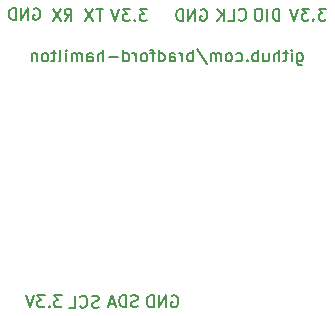
<source format=gbr>
%TF.GenerationSoftware,KiCad,Pcbnew,7.0.1-0*%
%TF.CreationDate,2023-05-28T09:45:46-06:00*%
%TF.ProjectId,stm32-prototype,73746d33-322d-4707-926f-746f74797065,rev?*%
%TF.SameCoordinates,Original*%
%TF.FileFunction,Legend,Bot*%
%TF.FilePolarity,Positive*%
%FSLAX46Y46*%
G04 Gerber Fmt 4.6, Leading zero omitted, Abs format (unit mm)*
G04 Created by KiCad (PCBNEW 7.0.1-0) date 2023-05-28 09:45:46*
%MOMM*%
%LPD*%
G01*
G04 APERTURE LIST*
%ADD10C,0.150000*%
G04 APERTURE END LIST*
D10*
X112783333Y-80035952D02*
X112783333Y-80845476D01*
X112783333Y-80845476D02*
X112830952Y-80940714D01*
X112830952Y-80940714D02*
X112878571Y-80988333D01*
X112878571Y-80988333D02*
X112973809Y-81035952D01*
X112973809Y-81035952D02*
X113116666Y-81035952D01*
X113116666Y-81035952D02*
X113211904Y-80988333D01*
X112783333Y-80655000D02*
X112878571Y-80702619D01*
X112878571Y-80702619D02*
X113069047Y-80702619D01*
X113069047Y-80702619D02*
X113164285Y-80655000D01*
X113164285Y-80655000D02*
X113211904Y-80607380D01*
X113211904Y-80607380D02*
X113259523Y-80512142D01*
X113259523Y-80512142D02*
X113259523Y-80226428D01*
X113259523Y-80226428D02*
X113211904Y-80131190D01*
X113211904Y-80131190D02*
X113164285Y-80083571D01*
X113164285Y-80083571D02*
X113069047Y-80035952D01*
X113069047Y-80035952D02*
X112878571Y-80035952D01*
X112878571Y-80035952D02*
X112783333Y-80083571D01*
X112307142Y-80702619D02*
X112307142Y-80035952D01*
X112307142Y-79702619D02*
X112354761Y-79750238D01*
X112354761Y-79750238D02*
X112307142Y-79797857D01*
X112307142Y-79797857D02*
X112259523Y-79750238D01*
X112259523Y-79750238D02*
X112307142Y-79702619D01*
X112307142Y-79702619D02*
X112307142Y-79797857D01*
X111973809Y-80035952D02*
X111592857Y-80035952D01*
X111830952Y-79702619D02*
X111830952Y-80559761D01*
X111830952Y-80559761D02*
X111783333Y-80655000D01*
X111783333Y-80655000D02*
X111688095Y-80702619D01*
X111688095Y-80702619D02*
X111592857Y-80702619D01*
X111259523Y-80702619D02*
X111259523Y-79702619D01*
X110830952Y-80702619D02*
X110830952Y-80178809D01*
X110830952Y-80178809D02*
X110878571Y-80083571D01*
X110878571Y-80083571D02*
X110973809Y-80035952D01*
X110973809Y-80035952D02*
X111116666Y-80035952D01*
X111116666Y-80035952D02*
X111211904Y-80083571D01*
X111211904Y-80083571D02*
X111259523Y-80131190D01*
X109926190Y-80035952D02*
X109926190Y-80702619D01*
X110354761Y-80035952D02*
X110354761Y-80559761D01*
X110354761Y-80559761D02*
X110307142Y-80655000D01*
X110307142Y-80655000D02*
X110211904Y-80702619D01*
X110211904Y-80702619D02*
X110069047Y-80702619D01*
X110069047Y-80702619D02*
X109973809Y-80655000D01*
X109973809Y-80655000D02*
X109926190Y-80607380D01*
X109449999Y-80702619D02*
X109449999Y-79702619D01*
X109449999Y-80083571D02*
X109354761Y-80035952D01*
X109354761Y-80035952D02*
X109164285Y-80035952D01*
X109164285Y-80035952D02*
X109069047Y-80083571D01*
X109069047Y-80083571D02*
X109021428Y-80131190D01*
X109021428Y-80131190D02*
X108973809Y-80226428D01*
X108973809Y-80226428D02*
X108973809Y-80512142D01*
X108973809Y-80512142D02*
X109021428Y-80607380D01*
X109021428Y-80607380D02*
X109069047Y-80655000D01*
X109069047Y-80655000D02*
X109164285Y-80702619D01*
X109164285Y-80702619D02*
X109354761Y-80702619D01*
X109354761Y-80702619D02*
X109449999Y-80655000D01*
X108545237Y-80607380D02*
X108497618Y-80655000D01*
X108497618Y-80655000D02*
X108545237Y-80702619D01*
X108545237Y-80702619D02*
X108592856Y-80655000D01*
X108592856Y-80655000D02*
X108545237Y-80607380D01*
X108545237Y-80607380D02*
X108545237Y-80702619D01*
X107640476Y-80655000D02*
X107735714Y-80702619D01*
X107735714Y-80702619D02*
X107926190Y-80702619D01*
X107926190Y-80702619D02*
X108021428Y-80655000D01*
X108021428Y-80655000D02*
X108069047Y-80607380D01*
X108069047Y-80607380D02*
X108116666Y-80512142D01*
X108116666Y-80512142D02*
X108116666Y-80226428D01*
X108116666Y-80226428D02*
X108069047Y-80131190D01*
X108069047Y-80131190D02*
X108021428Y-80083571D01*
X108021428Y-80083571D02*
X107926190Y-80035952D01*
X107926190Y-80035952D02*
X107735714Y-80035952D01*
X107735714Y-80035952D02*
X107640476Y-80083571D01*
X107069047Y-80702619D02*
X107164285Y-80655000D01*
X107164285Y-80655000D02*
X107211904Y-80607380D01*
X107211904Y-80607380D02*
X107259523Y-80512142D01*
X107259523Y-80512142D02*
X107259523Y-80226428D01*
X107259523Y-80226428D02*
X107211904Y-80131190D01*
X107211904Y-80131190D02*
X107164285Y-80083571D01*
X107164285Y-80083571D02*
X107069047Y-80035952D01*
X107069047Y-80035952D02*
X106926190Y-80035952D01*
X106926190Y-80035952D02*
X106830952Y-80083571D01*
X106830952Y-80083571D02*
X106783333Y-80131190D01*
X106783333Y-80131190D02*
X106735714Y-80226428D01*
X106735714Y-80226428D02*
X106735714Y-80512142D01*
X106735714Y-80512142D02*
X106783333Y-80607380D01*
X106783333Y-80607380D02*
X106830952Y-80655000D01*
X106830952Y-80655000D02*
X106926190Y-80702619D01*
X106926190Y-80702619D02*
X107069047Y-80702619D01*
X106307142Y-80702619D02*
X106307142Y-80035952D01*
X106307142Y-80131190D02*
X106259523Y-80083571D01*
X106259523Y-80083571D02*
X106164285Y-80035952D01*
X106164285Y-80035952D02*
X106021428Y-80035952D01*
X106021428Y-80035952D02*
X105926190Y-80083571D01*
X105926190Y-80083571D02*
X105878571Y-80178809D01*
X105878571Y-80178809D02*
X105878571Y-80702619D01*
X105878571Y-80178809D02*
X105830952Y-80083571D01*
X105830952Y-80083571D02*
X105735714Y-80035952D01*
X105735714Y-80035952D02*
X105592857Y-80035952D01*
X105592857Y-80035952D02*
X105497618Y-80083571D01*
X105497618Y-80083571D02*
X105449999Y-80178809D01*
X105449999Y-80178809D02*
X105449999Y-80702619D01*
X104259524Y-79655000D02*
X105116666Y-80940714D01*
X103926190Y-80702619D02*
X103926190Y-79702619D01*
X103926190Y-80083571D02*
X103830952Y-80035952D01*
X103830952Y-80035952D02*
X103640476Y-80035952D01*
X103640476Y-80035952D02*
X103545238Y-80083571D01*
X103545238Y-80083571D02*
X103497619Y-80131190D01*
X103497619Y-80131190D02*
X103450000Y-80226428D01*
X103450000Y-80226428D02*
X103450000Y-80512142D01*
X103450000Y-80512142D02*
X103497619Y-80607380D01*
X103497619Y-80607380D02*
X103545238Y-80655000D01*
X103545238Y-80655000D02*
X103640476Y-80702619D01*
X103640476Y-80702619D02*
X103830952Y-80702619D01*
X103830952Y-80702619D02*
X103926190Y-80655000D01*
X103021428Y-80702619D02*
X103021428Y-80035952D01*
X103021428Y-80226428D02*
X102973809Y-80131190D01*
X102973809Y-80131190D02*
X102926190Y-80083571D01*
X102926190Y-80083571D02*
X102830952Y-80035952D01*
X102830952Y-80035952D02*
X102735714Y-80035952D01*
X101973809Y-80702619D02*
X101973809Y-80178809D01*
X101973809Y-80178809D02*
X102021428Y-80083571D01*
X102021428Y-80083571D02*
X102116666Y-80035952D01*
X102116666Y-80035952D02*
X102307142Y-80035952D01*
X102307142Y-80035952D02*
X102402380Y-80083571D01*
X101973809Y-80655000D02*
X102069047Y-80702619D01*
X102069047Y-80702619D02*
X102307142Y-80702619D01*
X102307142Y-80702619D02*
X102402380Y-80655000D01*
X102402380Y-80655000D02*
X102449999Y-80559761D01*
X102449999Y-80559761D02*
X102449999Y-80464523D01*
X102449999Y-80464523D02*
X102402380Y-80369285D01*
X102402380Y-80369285D02*
X102307142Y-80321666D01*
X102307142Y-80321666D02*
X102069047Y-80321666D01*
X102069047Y-80321666D02*
X101973809Y-80274047D01*
X101069047Y-80702619D02*
X101069047Y-79702619D01*
X101069047Y-80655000D02*
X101164285Y-80702619D01*
X101164285Y-80702619D02*
X101354761Y-80702619D01*
X101354761Y-80702619D02*
X101449999Y-80655000D01*
X101449999Y-80655000D02*
X101497618Y-80607380D01*
X101497618Y-80607380D02*
X101545237Y-80512142D01*
X101545237Y-80512142D02*
X101545237Y-80226428D01*
X101545237Y-80226428D02*
X101497618Y-80131190D01*
X101497618Y-80131190D02*
X101449999Y-80083571D01*
X101449999Y-80083571D02*
X101354761Y-80035952D01*
X101354761Y-80035952D02*
X101164285Y-80035952D01*
X101164285Y-80035952D02*
X101069047Y-80083571D01*
X100735713Y-80035952D02*
X100354761Y-80035952D01*
X100592856Y-80702619D02*
X100592856Y-79845476D01*
X100592856Y-79845476D02*
X100545237Y-79750238D01*
X100545237Y-79750238D02*
X100449999Y-79702619D01*
X100449999Y-79702619D02*
X100354761Y-79702619D01*
X99878570Y-80702619D02*
X99973808Y-80655000D01*
X99973808Y-80655000D02*
X100021427Y-80607380D01*
X100021427Y-80607380D02*
X100069046Y-80512142D01*
X100069046Y-80512142D02*
X100069046Y-80226428D01*
X100069046Y-80226428D02*
X100021427Y-80131190D01*
X100021427Y-80131190D02*
X99973808Y-80083571D01*
X99973808Y-80083571D02*
X99878570Y-80035952D01*
X99878570Y-80035952D02*
X99735713Y-80035952D01*
X99735713Y-80035952D02*
X99640475Y-80083571D01*
X99640475Y-80083571D02*
X99592856Y-80131190D01*
X99592856Y-80131190D02*
X99545237Y-80226428D01*
X99545237Y-80226428D02*
X99545237Y-80512142D01*
X99545237Y-80512142D02*
X99592856Y-80607380D01*
X99592856Y-80607380D02*
X99640475Y-80655000D01*
X99640475Y-80655000D02*
X99735713Y-80702619D01*
X99735713Y-80702619D02*
X99878570Y-80702619D01*
X99116665Y-80702619D02*
X99116665Y-80035952D01*
X99116665Y-80226428D02*
X99069046Y-80131190D01*
X99069046Y-80131190D02*
X99021427Y-80083571D01*
X99021427Y-80083571D02*
X98926189Y-80035952D01*
X98926189Y-80035952D02*
X98830951Y-80035952D01*
X98069046Y-80702619D02*
X98069046Y-79702619D01*
X98069046Y-80655000D02*
X98164284Y-80702619D01*
X98164284Y-80702619D02*
X98354760Y-80702619D01*
X98354760Y-80702619D02*
X98449998Y-80655000D01*
X98449998Y-80655000D02*
X98497617Y-80607380D01*
X98497617Y-80607380D02*
X98545236Y-80512142D01*
X98545236Y-80512142D02*
X98545236Y-80226428D01*
X98545236Y-80226428D02*
X98497617Y-80131190D01*
X98497617Y-80131190D02*
X98449998Y-80083571D01*
X98449998Y-80083571D02*
X98354760Y-80035952D01*
X98354760Y-80035952D02*
X98164284Y-80035952D01*
X98164284Y-80035952D02*
X98069046Y-80083571D01*
X97592855Y-80321666D02*
X96830951Y-80321666D01*
X96354760Y-80702619D02*
X96354760Y-79702619D01*
X95926189Y-80702619D02*
X95926189Y-80178809D01*
X95926189Y-80178809D02*
X95973808Y-80083571D01*
X95973808Y-80083571D02*
X96069046Y-80035952D01*
X96069046Y-80035952D02*
X96211903Y-80035952D01*
X96211903Y-80035952D02*
X96307141Y-80083571D01*
X96307141Y-80083571D02*
X96354760Y-80131190D01*
X95021427Y-80702619D02*
X95021427Y-80178809D01*
X95021427Y-80178809D02*
X95069046Y-80083571D01*
X95069046Y-80083571D02*
X95164284Y-80035952D01*
X95164284Y-80035952D02*
X95354760Y-80035952D01*
X95354760Y-80035952D02*
X95449998Y-80083571D01*
X95021427Y-80655000D02*
X95116665Y-80702619D01*
X95116665Y-80702619D02*
X95354760Y-80702619D01*
X95354760Y-80702619D02*
X95449998Y-80655000D01*
X95449998Y-80655000D02*
X95497617Y-80559761D01*
X95497617Y-80559761D02*
X95497617Y-80464523D01*
X95497617Y-80464523D02*
X95449998Y-80369285D01*
X95449998Y-80369285D02*
X95354760Y-80321666D01*
X95354760Y-80321666D02*
X95116665Y-80321666D01*
X95116665Y-80321666D02*
X95021427Y-80274047D01*
X94545236Y-80702619D02*
X94545236Y-80035952D01*
X94545236Y-80131190D02*
X94497617Y-80083571D01*
X94497617Y-80083571D02*
X94402379Y-80035952D01*
X94402379Y-80035952D02*
X94259522Y-80035952D01*
X94259522Y-80035952D02*
X94164284Y-80083571D01*
X94164284Y-80083571D02*
X94116665Y-80178809D01*
X94116665Y-80178809D02*
X94116665Y-80702619D01*
X94116665Y-80178809D02*
X94069046Y-80083571D01*
X94069046Y-80083571D02*
X93973808Y-80035952D01*
X93973808Y-80035952D02*
X93830951Y-80035952D01*
X93830951Y-80035952D02*
X93735712Y-80083571D01*
X93735712Y-80083571D02*
X93688093Y-80178809D01*
X93688093Y-80178809D02*
X93688093Y-80702619D01*
X93211903Y-80702619D02*
X93211903Y-80035952D01*
X93211903Y-79702619D02*
X93259522Y-79750238D01*
X93259522Y-79750238D02*
X93211903Y-79797857D01*
X93211903Y-79797857D02*
X93164284Y-79750238D01*
X93164284Y-79750238D02*
X93211903Y-79702619D01*
X93211903Y-79702619D02*
X93211903Y-79797857D01*
X92592856Y-80702619D02*
X92688094Y-80655000D01*
X92688094Y-80655000D02*
X92735713Y-80559761D01*
X92735713Y-80559761D02*
X92735713Y-79702619D01*
X92354760Y-80035952D02*
X91973808Y-80035952D01*
X92211903Y-79702619D02*
X92211903Y-80559761D01*
X92211903Y-80559761D02*
X92164284Y-80655000D01*
X92164284Y-80655000D02*
X92069046Y-80702619D01*
X92069046Y-80702619D02*
X91973808Y-80702619D01*
X91497617Y-80702619D02*
X91592855Y-80655000D01*
X91592855Y-80655000D02*
X91640474Y-80607380D01*
X91640474Y-80607380D02*
X91688093Y-80512142D01*
X91688093Y-80512142D02*
X91688093Y-80226428D01*
X91688093Y-80226428D02*
X91640474Y-80131190D01*
X91640474Y-80131190D02*
X91592855Y-80083571D01*
X91592855Y-80083571D02*
X91497617Y-80035952D01*
X91497617Y-80035952D02*
X91354760Y-80035952D01*
X91354760Y-80035952D02*
X91259522Y-80083571D01*
X91259522Y-80083571D02*
X91211903Y-80131190D01*
X91211903Y-80131190D02*
X91164284Y-80226428D01*
X91164284Y-80226428D02*
X91164284Y-80512142D01*
X91164284Y-80512142D02*
X91211903Y-80607380D01*
X91211903Y-80607380D02*
X91259522Y-80655000D01*
X91259522Y-80655000D02*
X91354760Y-80702619D01*
X91354760Y-80702619D02*
X91497617Y-80702619D01*
X90735712Y-80035952D02*
X90735712Y-80702619D01*
X90735712Y-80131190D02*
X90688093Y-80083571D01*
X90688093Y-80083571D02*
X90592855Y-80035952D01*
X90592855Y-80035952D02*
X90449998Y-80035952D01*
X90449998Y-80035952D02*
X90354760Y-80083571D01*
X90354760Y-80083571D02*
X90307141Y-80178809D01*
X90307141Y-80178809D02*
X90307141Y-80702619D01*
X102138095Y-100575238D02*
X102233333Y-100527619D01*
X102233333Y-100527619D02*
X102376190Y-100527619D01*
X102376190Y-100527619D02*
X102519047Y-100575238D01*
X102519047Y-100575238D02*
X102614285Y-100670476D01*
X102614285Y-100670476D02*
X102661904Y-100765714D01*
X102661904Y-100765714D02*
X102709523Y-100956190D01*
X102709523Y-100956190D02*
X102709523Y-101099047D01*
X102709523Y-101099047D02*
X102661904Y-101289523D01*
X102661904Y-101289523D02*
X102614285Y-101384761D01*
X102614285Y-101384761D02*
X102519047Y-101480000D01*
X102519047Y-101480000D02*
X102376190Y-101527619D01*
X102376190Y-101527619D02*
X102280952Y-101527619D01*
X102280952Y-101527619D02*
X102138095Y-101480000D01*
X102138095Y-101480000D02*
X102090476Y-101432380D01*
X102090476Y-101432380D02*
X102090476Y-101099047D01*
X102090476Y-101099047D02*
X102280952Y-101099047D01*
X101661904Y-101527619D02*
X101661904Y-100527619D01*
X101661904Y-100527619D02*
X101090476Y-101527619D01*
X101090476Y-101527619D02*
X101090476Y-100527619D01*
X100614285Y-101527619D02*
X100614285Y-100527619D01*
X100614285Y-100527619D02*
X100376190Y-100527619D01*
X100376190Y-100527619D02*
X100233333Y-100575238D01*
X100233333Y-100575238D02*
X100138095Y-100670476D01*
X100138095Y-100670476D02*
X100090476Y-100765714D01*
X100090476Y-100765714D02*
X100042857Y-100956190D01*
X100042857Y-100956190D02*
X100042857Y-101099047D01*
X100042857Y-101099047D02*
X100090476Y-101289523D01*
X100090476Y-101289523D02*
X100138095Y-101384761D01*
X100138095Y-101384761D02*
X100233333Y-101480000D01*
X100233333Y-101480000D02*
X100376190Y-101527619D01*
X100376190Y-101527619D02*
X100614285Y-101527619D01*
X99259523Y-101455000D02*
X99116666Y-101502619D01*
X99116666Y-101502619D02*
X98878571Y-101502619D01*
X98878571Y-101502619D02*
X98783333Y-101455000D01*
X98783333Y-101455000D02*
X98735714Y-101407380D01*
X98735714Y-101407380D02*
X98688095Y-101312142D01*
X98688095Y-101312142D02*
X98688095Y-101216904D01*
X98688095Y-101216904D02*
X98735714Y-101121666D01*
X98735714Y-101121666D02*
X98783333Y-101074047D01*
X98783333Y-101074047D02*
X98878571Y-101026428D01*
X98878571Y-101026428D02*
X99069047Y-100978809D01*
X99069047Y-100978809D02*
X99164285Y-100931190D01*
X99164285Y-100931190D02*
X99211904Y-100883571D01*
X99211904Y-100883571D02*
X99259523Y-100788333D01*
X99259523Y-100788333D02*
X99259523Y-100693095D01*
X99259523Y-100693095D02*
X99211904Y-100597857D01*
X99211904Y-100597857D02*
X99164285Y-100550238D01*
X99164285Y-100550238D02*
X99069047Y-100502619D01*
X99069047Y-100502619D02*
X98830952Y-100502619D01*
X98830952Y-100502619D02*
X98688095Y-100550238D01*
X98259523Y-101502619D02*
X98259523Y-100502619D01*
X98259523Y-100502619D02*
X98021428Y-100502619D01*
X98021428Y-100502619D02*
X97878571Y-100550238D01*
X97878571Y-100550238D02*
X97783333Y-100645476D01*
X97783333Y-100645476D02*
X97735714Y-100740714D01*
X97735714Y-100740714D02*
X97688095Y-100931190D01*
X97688095Y-100931190D02*
X97688095Y-101074047D01*
X97688095Y-101074047D02*
X97735714Y-101264523D01*
X97735714Y-101264523D02*
X97783333Y-101359761D01*
X97783333Y-101359761D02*
X97878571Y-101455000D01*
X97878571Y-101455000D02*
X98021428Y-101502619D01*
X98021428Y-101502619D02*
X98259523Y-101502619D01*
X97307142Y-101216904D02*
X96830952Y-101216904D01*
X97402380Y-101502619D02*
X97069047Y-100502619D01*
X97069047Y-100502619D02*
X96735714Y-101502619D01*
X95959523Y-101505000D02*
X95816666Y-101552619D01*
X95816666Y-101552619D02*
X95578571Y-101552619D01*
X95578571Y-101552619D02*
X95483333Y-101505000D01*
X95483333Y-101505000D02*
X95435714Y-101457380D01*
X95435714Y-101457380D02*
X95388095Y-101362142D01*
X95388095Y-101362142D02*
X95388095Y-101266904D01*
X95388095Y-101266904D02*
X95435714Y-101171666D01*
X95435714Y-101171666D02*
X95483333Y-101124047D01*
X95483333Y-101124047D02*
X95578571Y-101076428D01*
X95578571Y-101076428D02*
X95769047Y-101028809D01*
X95769047Y-101028809D02*
X95864285Y-100981190D01*
X95864285Y-100981190D02*
X95911904Y-100933571D01*
X95911904Y-100933571D02*
X95959523Y-100838333D01*
X95959523Y-100838333D02*
X95959523Y-100743095D01*
X95959523Y-100743095D02*
X95911904Y-100647857D01*
X95911904Y-100647857D02*
X95864285Y-100600238D01*
X95864285Y-100600238D02*
X95769047Y-100552619D01*
X95769047Y-100552619D02*
X95530952Y-100552619D01*
X95530952Y-100552619D02*
X95388095Y-100600238D01*
X94388095Y-101457380D02*
X94435714Y-101505000D01*
X94435714Y-101505000D02*
X94578571Y-101552619D01*
X94578571Y-101552619D02*
X94673809Y-101552619D01*
X94673809Y-101552619D02*
X94816666Y-101505000D01*
X94816666Y-101505000D02*
X94911904Y-101409761D01*
X94911904Y-101409761D02*
X94959523Y-101314523D01*
X94959523Y-101314523D02*
X95007142Y-101124047D01*
X95007142Y-101124047D02*
X95007142Y-100981190D01*
X95007142Y-100981190D02*
X94959523Y-100790714D01*
X94959523Y-100790714D02*
X94911904Y-100695476D01*
X94911904Y-100695476D02*
X94816666Y-100600238D01*
X94816666Y-100600238D02*
X94673809Y-100552619D01*
X94673809Y-100552619D02*
X94578571Y-100552619D01*
X94578571Y-100552619D02*
X94435714Y-100600238D01*
X94435714Y-100600238D02*
X94388095Y-100647857D01*
X93483333Y-101552619D02*
X93959523Y-101552619D01*
X93959523Y-101552619D02*
X93959523Y-100552619D01*
X92832142Y-100527619D02*
X92213095Y-100527619D01*
X92213095Y-100527619D02*
X92546428Y-100908571D01*
X92546428Y-100908571D02*
X92403571Y-100908571D01*
X92403571Y-100908571D02*
X92308333Y-100956190D01*
X92308333Y-100956190D02*
X92260714Y-101003809D01*
X92260714Y-101003809D02*
X92213095Y-101099047D01*
X92213095Y-101099047D02*
X92213095Y-101337142D01*
X92213095Y-101337142D02*
X92260714Y-101432380D01*
X92260714Y-101432380D02*
X92308333Y-101480000D01*
X92308333Y-101480000D02*
X92403571Y-101527619D01*
X92403571Y-101527619D02*
X92689285Y-101527619D01*
X92689285Y-101527619D02*
X92784523Y-101480000D01*
X92784523Y-101480000D02*
X92832142Y-101432380D01*
X91784523Y-101432380D02*
X91736904Y-101480000D01*
X91736904Y-101480000D02*
X91784523Y-101527619D01*
X91784523Y-101527619D02*
X91832142Y-101480000D01*
X91832142Y-101480000D02*
X91784523Y-101432380D01*
X91784523Y-101432380D02*
X91784523Y-101527619D01*
X91403571Y-100527619D02*
X90784524Y-100527619D01*
X90784524Y-100527619D02*
X91117857Y-100908571D01*
X91117857Y-100908571D02*
X90975000Y-100908571D01*
X90975000Y-100908571D02*
X90879762Y-100956190D01*
X90879762Y-100956190D02*
X90832143Y-101003809D01*
X90832143Y-101003809D02*
X90784524Y-101099047D01*
X90784524Y-101099047D02*
X90784524Y-101337142D01*
X90784524Y-101337142D02*
X90832143Y-101432380D01*
X90832143Y-101432380D02*
X90879762Y-101480000D01*
X90879762Y-101480000D02*
X90975000Y-101527619D01*
X90975000Y-101527619D02*
X91260714Y-101527619D01*
X91260714Y-101527619D02*
X91355952Y-101480000D01*
X91355952Y-101480000D02*
X91403571Y-101432380D01*
X90498809Y-100527619D02*
X90165476Y-101527619D01*
X90165476Y-101527619D02*
X89832143Y-100527619D01*
X115207142Y-76252619D02*
X114588095Y-76252619D01*
X114588095Y-76252619D02*
X114921428Y-76633571D01*
X114921428Y-76633571D02*
X114778571Y-76633571D01*
X114778571Y-76633571D02*
X114683333Y-76681190D01*
X114683333Y-76681190D02*
X114635714Y-76728809D01*
X114635714Y-76728809D02*
X114588095Y-76824047D01*
X114588095Y-76824047D02*
X114588095Y-77062142D01*
X114588095Y-77062142D02*
X114635714Y-77157380D01*
X114635714Y-77157380D02*
X114683333Y-77205000D01*
X114683333Y-77205000D02*
X114778571Y-77252619D01*
X114778571Y-77252619D02*
X115064285Y-77252619D01*
X115064285Y-77252619D02*
X115159523Y-77205000D01*
X115159523Y-77205000D02*
X115207142Y-77157380D01*
X114159523Y-77157380D02*
X114111904Y-77205000D01*
X114111904Y-77205000D02*
X114159523Y-77252619D01*
X114159523Y-77252619D02*
X114207142Y-77205000D01*
X114207142Y-77205000D02*
X114159523Y-77157380D01*
X114159523Y-77157380D02*
X114159523Y-77252619D01*
X113778571Y-76252619D02*
X113159524Y-76252619D01*
X113159524Y-76252619D02*
X113492857Y-76633571D01*
X113492857Y-76633571D02*
X113350000Y-76633571D01*
X113350000Y-76633571D02*
X113254762Y-76681190D01*
X113254762Y-76681190D02*
X113207143Y-76728809D01*
X113207143Y-76728809D02*
X113159524Y-76824047D01*
X113159524Y-76824047D02*
X113159524Y-77062142D01*
X113159524Y-77062142D02*
X113207143Y-77157380D01*
X113207143Y-77157380D02*
X113254762Y-77205000D01*
X113254762Y-77205000D02*
X113350000Y-77252619D01*
X113350000Y-77252619D02*
X113635714Y-77252619D01*
X113635714Y-77252619D02*
X113730952Y-77205000D01*
X113730952Y-77205000D02*
X113778571Y-77157380D01*
X112873809Y-76252619D02*
X112540476Y-77252619D01*
X112540476Y-77252619D02*
X112207143Y-76252619D01*
X111261904Y-77252619D02*
X111261904Y-76252619D01*
X111261904Y-76252619D02*
X111023809Y-76252619D01*
X111023809Y-76252619D02*
X110880952Y-76300238D01*
X110880952Y-76300238D02*
X110785714Y-76395476D01*
X110785714Y-76395476D02*
X110738095Y-76490714D01*
X110738095Y-76490714D02*
X110690476Y-76681190D01*
X110690476Y-76681190D02*
X110690476Y-76824047D01*
X110690476Y-76824047D02*
X110738095Y-77014523D01*
X110738095Y-77014523D02*
X110785714Y-77109761D01*
X110785714Y-77109761D02*
X110880952Y-77205000D01*
X110880952Y-77205000D02*
X111023809Y-77252619D01*
X111023809Y-77252619D02*
X111261904Y-77252619D01*
X110261904Y-77252619D02*
X110261904Y-76252619D01*
X109595238Y-76252619D02*
X109404762Y-76252619D01*
X109404762Y-76252619D02*
X109309524Y-76300238D01*
X109309524Y-76300238D02*
X109214286Y-76395476D01*
X109214286Y-76395476D02*
X109166667Y-76585952D01*
X109166667Y-76585952D02*
X109166667Y-76919285D01*
X109166667Y-76919285D02*
X109214286Y-77109761D01*
X109214286Y-77109761D02*
X109309524Y-77205000D01*
X109309524Y-77205000D02*
X109404762Y-77252619D01*
X109404762Y-77252619D02*
X109595238Y-77252619D01*
X109595238Y-77252619D02*
X109690476Y-77205000D01*
X109690476Y-77205000D02*
X109785714Y-77109761D01*
X109785714Y-77109761D02*
X109833333Y-76919285D01*
X109833333Y-76919285D02*
X109833333Y-76585952D01*
X109833333Y-76585952D02*
X109785714Y-76395476D01*
X109785714Y-76395476D02*
X109690476Y-76300238D01*
X109690476Y-76300238D02*
X109595238Y-76252619D01*
X107840476Y-77157380D02*
X107888095Y-77205000D01*
X107888095Y-77205000D02*
X108030952Y-77252619D01*
X108030952Y-77252619D02*
X108126190Y-77252619D01*
X108126190Y-77252619D02*
X108269047Y-77205000D01*
X108269047Y-77205000D02*
X108364285Y-77109761D01*
X108364285Y-77109761D02*
X108411904Y-77014523D01*
X108411904Y-77014523D02*
X108459523Y-76824047D01*
X108459523Y-76824047D02*
X108459523Y-76681190D01*
X108459523Y-76681190D02*
X108411904Y-76490714D01*
X108411904Y-76490714D02*
X108364285Y-76395476D01*
X108364285Y-76395476D02*
X108269047Y-76300238D01*
X108269047Y-76300238D02*
X108126190Y-76252619D01*
X108126190Y-76252619D02*
X108030952Y-76252619D01*
X108030952Y-76252619D02*
X107888095Y-76300238D01*
X107888095Y-76300238D02*
X107840476Y-76347857D01*
X106935714Y-77252619D02*
X107411904Y-77252619D01*
X107411904Y-77252619D02*
X107411904Y-76252619D01*
X106602380Y-77252619D02*
X106602380Y-76252619D01*
X106030952Y-77252619D02*
X106459523Y-76681190D01*
X106030952Y-76252619D02*
X106602380Y-76824047D01*
X104613095Y-76325238D02*
X104708333Y-76277619D01*
X104708333Y-76277619D02*
X104851190Y-76277619D01*
X104851190Y-76277619D02*
X104994047Y-76325238D01*
X104994047Y-76325238D02*
X105089285Y-76420476D01*
X105089285Y-76420476D02*
X105136904Y-76515714D01*
X105136904Y-76515714D02*
X105184523Y-76706190D01*
X105184523Y-76706190D02*
X105184523Y-76849047D01*
X105184523Y-76849047D02*
X105136904Y-77039523D01*
X105136904Y-77039523D02*
X105089285Y-77134761D01*
X105089285Y-77134761D02*
X104994047Y-77230000D01*
X104994047Y-77230000D02*
X104851190Y-77277619D01*
X104851190Y-77277619D02*
X104755952Y-77277619D01*
X104755952Y-77277619D02*
X104613095Y-77230000D01*
X104613095Y-77230000D02*
X104565476Y-77182380D01*
X104565476Y-77182380D02*
X104565476Y-76849047D01*
X104565476Y-76849047D02*
X104755952Y-76849047D01*
X104136904Y-77277619D02*
X104136904Y-76277619D01*
X104136904Y-76277619D02*
X103565476Y-77277619D01*
X103565476Y-77277619D02*
X103565476Y-76277619D01*
X103089285Y-77277619D02*
X103089285Y-76277619D01*
X103089285Y-76277619D02*
X102851190Y-76277619D01*
X102851190Y-76277619D02*
X102708333Y-76325238D01*
X102708333Y-76325238D02*
X102613095Y-76420476D01*
X102613095Y-76420476D02*
X102565476Y-76515714D01*
X102565476Y-76515714D02*
X102517857Y-76706190D01*
X102517857Y-76706190D02*
X102517857Y-76849047D01*
X102517857Y-76849047D02*
X102565476Y-77039523D01*
X102565476Y-77039523D02*
X102613095Y-77134761D01*
X102613095Y-77134761D02*
X102708333Y-77230000D01*
X102708333Y-77230000D02*
X102851190Y-77277619D01*
X102851190Y-77277619D02*
X103089285Y-77277619D01*
X100057142Y-76277619D02*
X99438095Y-76277619D01*
X99438095Y-76277619D02*
X99771428Y-76658571D01*
X99771428Y-76658571D02*
X99628571Y-76658571D01*
X99628571Y-76658571D02*
X99533333Y-76706190D01*
X99533333Y-76706190D02*
X99485714Y-76753809D01*
X99485714Y-76753809D02*
X99438095Y-76849047D01*
X99438095Y-76849047D02*
X99438095Y-77087142D01*
X99438095Y-77087142D02*
X99485714Y-77182380D01*
X99485714Y-77182380D02*
X99533333Y-77230000D01*
X99533333Y-77230000D02*
X99628571Y-77277619D01*
X99628571Y-77277619D02*
X99914285Y-77277619D01*
X99914285Y-77277619D02*
X100009523Y-77230000D01*
X100009523Y-77230000D02*
X100057142Y-77182380D01*
X99009523Y-77182380D02*
X98961904Y-77230000D01*
X98961904Y-77230000D02*
X99009523Y-77277619D01*
X99009523Y-77277619D02*
X99057142Y-77230000D01*
X99057142Y-77230000D02*
X99009523Y-77182380D01*
X99009523Y-77182380D02*
X99009523Y-77277619D01*
X98628571Y-76277619D02*
X98009524Y-76277619D01*
X98009524Y-76277619D02*
X98342857Y-76658571D01*
X98342857Y-76658571D02*
X98200000Y-76658571D01*
X98200000Y-76658571D02*
X98104762Y-76706190D01*
X98104762Y-76706190D02*
X98057143Y-76753809D01*
X98057143Y-76753809D02*
X98009524Y-76849047D01*
X98009524Y-76849047D02*
X98009524Y-77087142D01*
X98009524Y-77087142D02*
X98057143Y-77182380D01*
X98057143Y-77182380D02*
X98104762Y-77230000D01*
X98104762Y-77230000D02*
X98200000Y-77277619D01*
X98200000Y-77277619D02*
X98485714Y-77277619D01*
X98485714Y-77277619D02*
X98580952Y-77230000D01*
X98580952Y-77230000D02*
X98628571Y-77182380D01*
X97723809Y-76277619D02*
X97390476Y-77277619D01*
X97390476Y-77277619D02*
X97057143Y-76277619D01*
X96329761Y-76252619D02*
X95758333Y-76252619D01*
X96044047Y-77252619D02*
X96044047Y-76252619D01*
X95520237Y-76252619D02*
X94853571Y-77252619D01*
X94853571Y-76252619D02*
X95520237Y-77252619D01*
X93090476Y-77252619D02*
X93423809Y-76776428D01*
X93661904Y-77252619D02*
X93661904Y-76252619D01*
X93661904Y-76252619D02*
X93280952Y-76252619D01*
X93280952Y-76252619D02*
X93185714Y-76300238D01*
X93185714Y-76300238D02*
X93138095Y-76347857D01*
X93138095Y-76347857D02*
X93090476Y-76443095D01*
X93090476Y-76443095D02*
X93090476Y-76585952D01*
X93090476Y-76585952D02*
X93138095Y-76681190D01*
X93138095Y-76681190D02*
X93185714Y-76728809D01*
X93185714Y-76728809D02*
X93280952Y-76776428D01*
X93280952Y-76776428D02*
X93661904Y-76776428D01*
X92757142Y-76252619D02*
X92090476Y-77252619D01*
X92090476Y-76252619D02*
X92757142Y-77252619D01*
X90463095Y-76250238D02*
X90558333Y-76202619D01*
X90558333Y-76202619D02*
X90701190Y-76202619D01*
X90701190Y-76202619D02*
X90844047Y-76250238D01*
X90844047Y-76250238D02*
X90939285Y-76345476D01*
X90939285Y-76345476D02*
X90986904Y-76440714D01*
X90986904Y-76440714D02*
X91034523Y-76631190D01*
X91034523Y-76631190D02*
X91034523Y-76774047D01*
X91034523Y-76774047D02*
X90986904Y-76964523D01*
X90986904Y-76964523D02*
X90939285Y-77059761D01*
X90939285Y-77059761D02*
X90844047Y-77155000D01*
X90844047Y-77155000D02*
X90701190Y-77202619D01*
X90701190Y-77202619D02*
X90605952Y-77202619D01*
X90605952Y-77202619D02*
X90463095Y-77155000D01*
X90463095Y-77155000D02*
X90415476Y-77107380D01*
X90415476Y-77107380D02*
X90415476Y-76774047D01*
X90415476Y-76774047D02*
X90605952Y-76774047D01*
X89986904Y-77202619D02*
X89986904Y-76202619D01*
X89986904Y-76202619D02*
X89415476Y-77202619D01*
X89415476Y-77202619D02*
X89415476Y-76202619D01*
X88939285Y-77202619D02*
X88939285Y-76202619D01*
X88939285Y-76202619D02*
X88701190Y-76202619D01*
X88701190Y-76202619D02*
X88558333Y-76250238D01*
X88558333Y-76250238D02*
X88463095Y-76345476D01*
X88463095Y-76345476D02*
X88415476Y-76440714D01*
X88415476Y-76440714D02*
X88367857Y-76631190D01*
X88367857Y-76631190D02*
X88367857Y-76774047D01*
X88367857Y-76774047D02*
X88415476Y-76964523D01*
X88415476Y-76964523D02*
X88463095Y-77059761D01*
X88463095Y-77059761D02*
X88558333Y-77155000D01*
X88558333Y-77155000D02*
X88701190Y-77202619D01*
X88701190Y-77202619D02*
X88939285Y-77202619D01*
M02*

</source>
